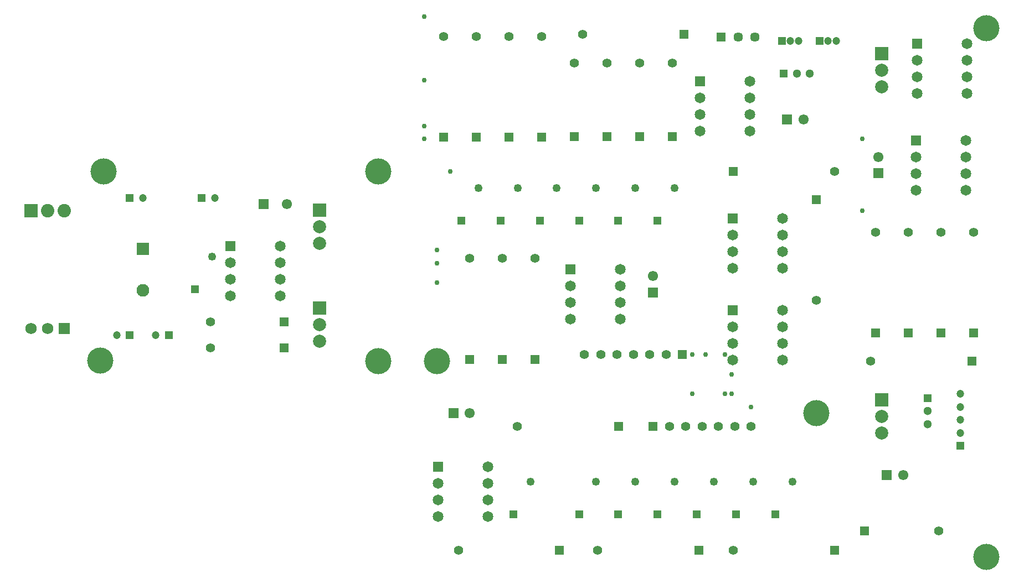
<source format=gts>
G04*
G04 #@! TF.GenerationSoftware,Altium Limited,Altium Designer,23.5.1 (21)*
G04*
G04 Layer_Color=8388736*
%FSLAX44Y44*%
%MOMM*%
G71*
G04*
G04 #@! TF.SameCoordinates,CC7C8F1B-8EDA-4CA8-81C5-A987C7989BB4*
G04*
G04*
G04 #@! TF.FilePolarity,Negative*
G04*
G01*
G75*
%ADD15C,1.4000*%
%ADD16R,1.4000X1.4000*%
%ADD17C,2.0500*%
%ADD18R,2.0500X2.0500*%
%ADD19C,1.9500*%
%ADD20R,1.9500X1.9500*%
%ADD21R,1.2500X1.2500*%
%ADD22C,1.2500*%
%ADD23C,1.4500*%
%ADD24R,1.4500X1.4500*%
%ADD25C,4.0000*%
%ADD26R,1.4000X1.4000*%
%ADD27R,1.5500X1.5500*%
%ADD28C,1.5500*%
%ADD29R,1.2000X1.2000*%
%ADD30C,1.2000*%
%ADD31C,1.2000*%
%ADD32R,1.2000X1.2000*%
%ADD33R,1.5500X1.5500*%
%ADD34C,2.0000*%
%ADD35R,2.0000X2.0000*%
%ADD36R,1.6500X1.6500*%
%ADD37C,1.6500*%
%ADD38C,1.3000*%
%ADD39R,1.3000X1.3000*%
%ADD40R,1.3000X1.3000*%
%ADD41R,1.2000X1.2000*%
%ADD42R,1.5500X1.5500*%
%ADD43C,1.5500*%
%ADD44R,1.7500X1.7500*%
%ADD45C,1.7500*%
%ADD46C,0.7500*%
D15*
X1776500Y510000D02*
D03*
X1020000Y1267300D02*
D03*
X1320000Y1226500D02*
D03*
X1232700Y1270000D02*
D03*
X1070000Y1267300D02*
D03*
X1672700Y770000D02*
D03*
X1830000Y967300D02*
D03*
X1780001Y967300D02*
D03*
X1730001D02*
D03*
X1680001D02*
D03*
X1170000Y1267300D02*
D03*
X1370000Y1226500D02*
D03*
X1120000Y1267300D02*
D03*
X1270000Y1226500D02*
D03*
X1220000D02*
D03*
X1490000Y670000D02*
D03*
X1465000D02*
D03*
X1440000D02*
D03*
X1415000D02*
D03*
X1390000D02*
D03*
X1365000D02*
D03*
X1132700D02*
D03*
X1462700Y480000D02*
D03*
X1255400D02*
D03*
X1042700D02*
D03*
X1617300Y1060000D02*
D03*
X1590000Y862700D02*
D03*
X1235000Y780000D02*
D03*
X1260000D02*
D03*
X1285000D02*
D03*
X1310000D02*
D03*
X1335000D02*
D03*
X1360000D02*
D03*
X1160000Y927300D02*
D03*
X1110000D02*
D03*
X1060000D02*
D03*
X663500Y830000D02*
D03*
Y790000D02*
D03*
D16*
X1663500Y510000D02*
D03*
X1387300Y1270000D02*
D03*
X1827300Y770000D02*
D03*
X1340000Y670000D02*
D03*
X1287300D02*
D03*
X1617300Y480000D02*
D03*
X1410000D02*
D03*
X1197300D02*
D03*
X1462700Y1060000D02*
D03*
X1385000Y780000D02*
D03*
X776500Y830000D02*
D03*
Y790000D02*
D03*
D17*
X440000Y1000000D02*
D03*
X414650D02*
D03*
D18*
X389300D02*
D03*
D19*
X560000Y878250D02*
D03*
D20*
Y941750D02*
D03*
D21*
X640000Y880000D02*
D03*
X1047000Y985000D02*
D03*
X1347000Y535000D02*
D03*
X1527000D02*
D03*
X1467000D02*
D03*
X1407000D02*
D03*
X1287000D02*
D03*
X1227000D02*
D03*
X1127000D02*
D03*
X1347000Y985000D02*
D03*
X1287000D02*
D03*
X1227000D02*
D03*
X1167000D02*
D03*
X1107000D02*
D03*
D22*
X666000Y930000D02*
D03*
X1073000Y1035000D02*
D03*
X1373000Y585000D02*
D03*
X1553000D02*
D03*
X1493000D02*
D03*
X1433000D02*
D03*
X1313000D02*
D03*
X1253000D02*
D03*
X1153000D02*
D03*
X1373000Y1035000D02*
D03*
X1313000D02*
D03*
X1253000D02*
D03*
X1193000D02*
D03*
X1133000D02*
D03*
D23*
X1496000Y1266200D02*
D03*
X1470000D02*
D03*
D24*
X1444000D02*
D03*
D25*
X1010000Y770000D02*
D03*
X1590000Y690000D02*
D03*
X1850000Y1280000D02*
D03*
Y470000D02*
D03*
X920000Y770000D02*
D03*
Y1060000D02*
D03*
X495037Y770845D02*
D03*
X500000Y1060000D02*
D03*
D26*
X1020000Y1112700D02*
D03*
X1320000Y1113500D02*
D03*
X1070000Y1112700D02*
D03*
X1830000Y812700D02*
D03*
X1780001Y812700D02*
D03*
X1730001D02*
D03*
X1680001D02*
D03*
X1170000Y1112700D02*
D03*
X1370000Y1113500D02*
D03*
X1120000Y1112700D02*
D03*
X1270000Y1113500D02*
D03*
X1220000D02*
D03*
X1590000Y1017300D02*
D03*
X1160000Y772700D02*
D03*
X1110000D02*
D03*
X1060000D02*
D03*
D27*
X1545000Y1140000D02*
D03*
X1697500Y595250D02*
D03*
X1035000Y690000D02*
D03*
D28*
X1570000Y1140000D02*
D03*
X1722500Y595250D02*
D03*
X1684750Y1082500D02*
D03*
X1060000Y690000D02*
D03*
X1340000Y900000D02*
D03*
D29*
X1537300Y1260000D02*
D03*
X1594600D02*
D03*
D30*
X1550000D02*
D03*
X1562700D02*
D03*
X1607300D02*
D03*
X1620000D02*
D03*
D31*
X1810000Y720000D02*
D03*
Y700000D02*
D03*
Y680000D02*
D03*
Y660000D02*
D03*
X560000Y1020000D02*
D03*
X580000Y810000D02*
D03*
X670000Y1020000D02*
D03*
X520000Y810000D02*
D03*
D32*
X1810000Y640000D02*
D03*
D33*
X1684750Y1057500D02*
D03*
X1340000Y875000D02*
D03*
D34*
X1690000Y660000D02*
D03*
Y685500D02*
D03*
X830000Y825500D02*
D03*
Y800000D02*
D03*
X1690000Y1190000D02*
D03*
Y1215500D02*
D03*
X830000Y950000D02*
D03*
Y975500D02*
D03*
D35*
X1690000Y711000D02*
D03*
X830000Y851000D02*
D03*
X1690000Y1241000D02*
D03*
X830000Y1001000D02*
D03*
D36*
X1741900Y1108100D02*
D03*
X1743800Y1256200D02*
D03*
X1411900Y1198100D02*
D03*
X1011900Y608100D02*
D03*
X1461900Y988100D02*
D03*
Y848100D02*
D03*
X1213800Y910800D02*
D03*
X693800Y946200D02*
D03*
D37*
X1741900Y1082700D02*
D03*
Y1057300D02*
D03*
Y1031900D02*
D03*
X1818100Y1108100D02*
D03*
Y1082700D02*
D03*
Y1057300D02*
D03*
Y1031900D02*
D03*
X1743800Y1230800D02*
D03*
Y1205400D02*
D03*
Y1180000D02*
D03*
X1820000Y1256200D02*
D03*
Y1230800D02*
D03*
Y1205400D02*
D03*
Y1180000D02*
D03*
X1411900Y1172700D02*
D03*
Y1147300D02*
D03*
Y1121900D02*
D03*
X1488100Y1198100D02*
D03*
Y1172700D02*
D03*
Y1147300D02*
D03*
Y1121900D02*
D03*
X1011900Y582700D02*
D03*
Y557300D02*
D03*
Y531900D02*
D03*
X1088100Y608100D02*
D03*
Y582700D02*
D03*
Y557300D02*
D03*
Y531900D02*
D03*
X1461900Y962700D02*
D03*
Y937300D02*
D03*
Y911900D02*
D03*
X1538100Y988100D02*
D03*
Y962700D02*
D03*
Y937300D02*
D03*
Y911900D02*
D03*
X1461900Y822700D02*
D03*
Y797300D02*
D03*
Y771900D02*
D03*
X1538100Y848100D02*
D03*
Y822700D02*
D03*
Y797300D02*
D03*
Y771900D02*
D03*
X1213800Y885400D02*
D03*
Y860000D02*
D03*
Y834600D02*
D03*
X1290000Y910800D02*
D03*
Y885400D02*
D03*
Y860000D02*
D03*
Y834600D02*
D03*
X693800Y920800D02*
D03*
Y895400D02*
D03*
Y870000D02*
D03*
X770000Y946200D02*
D03*
Y920800D02*
D03*
Y895400D02*
D03*
Y870000D02*
D03*
D38*
X1760319Y673357D02*
D03*
Y693357D02*
D03*
X1580000Y1210000D02*
D03*
X1560000D02*
D03*
D39*
X1760319Y713357D02*
D03*
D40*
X1540000Y1210000D02*
D03*
D41*
X540000Y1020000D02*
D03*
X600000Y810000D02*
D03*
X650000Y1020000D02*
D03*
X540000Y810000D02*
D03*
D42*
X745000Y1010000D02*
D03*
D43*
X780000D02*
D03*
D44*
X440000Y820000D02*
D03*
D45*
X414600D02*
D03*
X389200D02*
D03*
D46*
X1660000Y1000000D02*
D03*
X990000Y1297657D02*
D03*
Y1200000D02*
D03*
Y1110000D02*
D03*
Y1130000D02*
D03*
X1030000Y1060000D02*
D03*
X1490000Y700000D02*
D03*
X1450000Y720000D02*
D03*
X1400000Y780000D02*
D03*
X1420000D02*
D03*
X1400000Y720000D02*
D03*
X1660000Y1110000D02*
D03*
X1460000Y720000D02*
D03*
Y750000D02*
D03*
X1450000Y780000D02*
D03*
X1010000Y920000D02*
D03*
Y890000D02*
D03*
Y940000D02*
D03*
M02*

</source>
